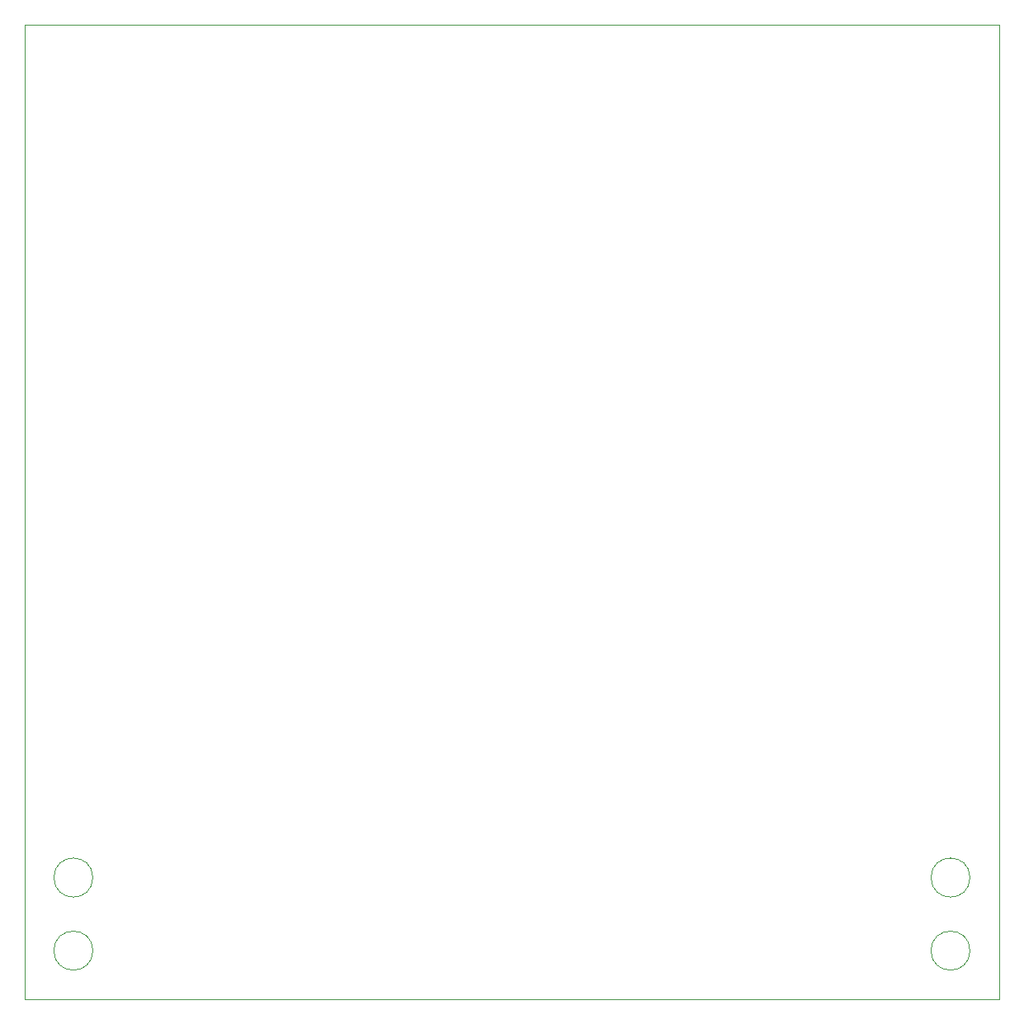
<source format=gbr>
G04 #@! TF.GenerationSoftware,KiCad,Pcbnew,(5.1.5)-3*
G04 #@! TF.CreationDate,2021-02-09T20:58:30+01:00*
G04 #@! TF.ProjectId,Keyboard,4b657962-6f61-4726-942e-6b696361645f,rev?*
G04 #@! TF.SameCoordinates,Original*
G04 #@! TF.FileFunction,Profile,NP*
%FSLAX46Y46*%
G04 Gerber Fmt 4.6, Leading zero omitted, Abs format (unit mm)*
G04 Created by KiCad (PCBNEW (5.1.5)-3) date 2021-02-09 20:58:30*
%MOMM*%
%LPD*%
G04 APERTURE LIST*
%ADD10C,0.050000*%
G04 APERTURE END LIST*
D10*
X85000000Y-37500000D02*
X185000000Y-37500000D01*
X182000000Y-125000000D02*
G75*
G03X182000000Y-125000000I-2000000J0D01*
G01*
X182000000Y-132500000D02*
G75*
G03X182000000Y-132500000I-2000000J0D01*
G01*
X92000000Y-132500000D02*
G75*
G03X92000000Y-132500000I-2000000J0D01*
G01*
X92000000Y-125000000D02*
G75*
G03X92000000Y-125000000I-2000000J0D01*
G01*
X185000000Y-137500000D02*
X85000000Y-137500000D01*
X185000000Y-37500000D02*
X185000000Y-137500000D01*
X85000000Y-137500000D02*
X85000000Y-37500000D01*
M02*

</source>
